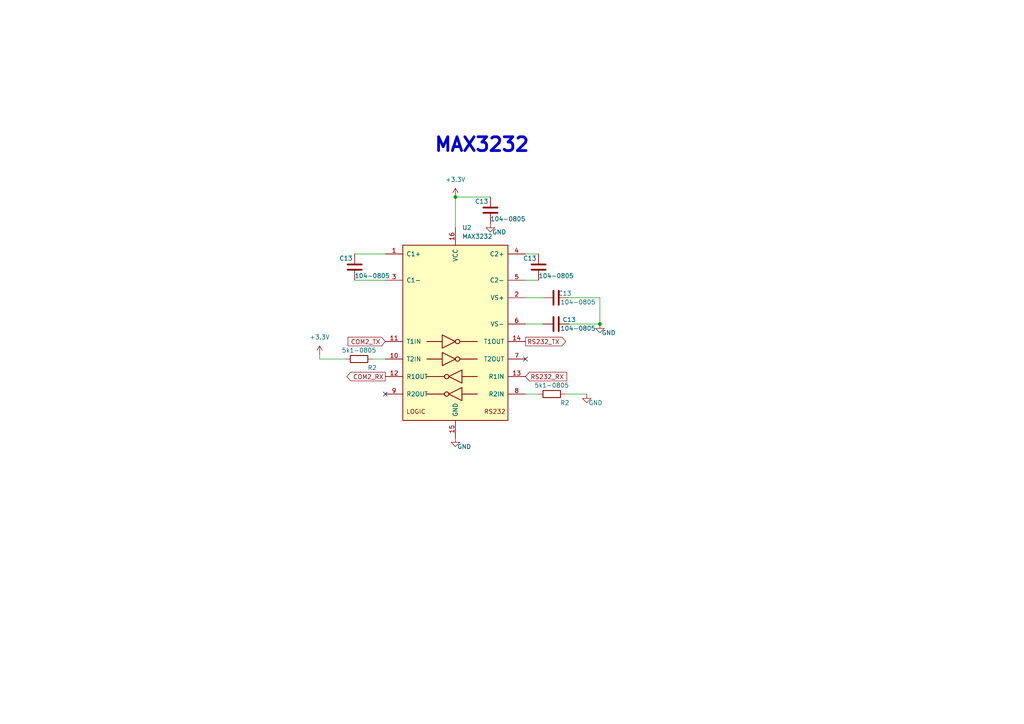
<source format=kicad_sch>
(kicad_sch (version 20230121) (generator eeschema)
  (paper "A4")
  (lib_symbols
    (symbol "Device:C" (pin_numbers hide) (pin_names (offset 0.254))
      (property "Reference" "C" (at 0.635 2.54 0))
      (property "Value" "C" (at 0.635 -2.54 0))
      (symbol "C_0_1"
        (polyline (pts (xy -2.032 -0.762) (xy 2.032 -0.762)) (stroke (width 0.508)))
        (polyline (pts (xy -2.032 0.762) (xy 2.032 0.762)) (stroke (width 0.508)))
      )
      (symbol "C_1_1"
        (pin passive line (at 0 3.81 270) (length 2.794) (name "~") (number "1"))
        (pin passive line (at 0 -3.81 90) (length 2.794) (name "~") (number "2"))
      )
    )
    (symbol "Device:R" (pin_numbers hide) (pin_names (offset 0))
      (property "Reference" "R" (at 2.032 0 90))
      (property "Value" "R" (at 0 0 90))
      (symbol "R_0_1"
        (rectangle (start -1.016 -2.54) (end 1.016 2.54) (stroke (width 0.254)))
      )
      (symbol "R_1_1"
        (pin passive line (at 0 3.81 270) (length 1.27) (name "~") (number "1"))
        (pin passive line (at 0 -3.81 90) (length 1.27) (name "~") (number "2"))
      )
    )
    (symbol "Interface_UART:MAX3232" (pin_names (offset 1.016))
      (property "Reference" "U" (at -2.54 28.575 0))
      (property "Value" "MAX3232" (at -2.54 26.67 0))
      (symbol "MAX3232_0_0"
        (text "LOGIC" (at -11.43 -22.86 0) (effects (font (size 1.27 1.27))))
        (text "RS232" (at 11.43 -22.86 0) (effects (font (size 1.27 1.27))))
      )
      (symbol "MAX3232_0_1"
        (rectangle (start -15.24 -25.4) (end 15.24 25.4) (stroke (width 0.254)) (fill (type background)))
        (circle (center -2.54 -17.78) (radius 0.635) (stroke (width 0.254)))
        (circle (center -2.54 -12.7) (radius 0.635) (stroke (width 0.254)))
        (polyline (pts (xy -3.81 -7.62) (xy -8.255 -7.62)) (stroke (width 0.254)))
        (polyline (pts (xy -3.81 -2.54) (xy -8.255 -2.54)) (stroke (width 0.254)))
        (polyline (pts (xy -3.175 -17.78) (xy -8.255 -17.78)) (stroke (width 0.254)))
        (polyline (pts (xy -3.175 -12.7) (xy -8.255 -12.7)) (stroke (width 0.254)))
        (polyline (pts (xy 1.27 -7.62) (xy 6.35 -7.62)) (stroke (width 0.254)))
        (polyline (pts (xy 1.27 -2.54) (xy 6.35 -2.54)) (stroke (width 0.254)))
        (polyline (pts (xy 1.905 -17.78) (xy 6.35 -17.78)) (stroke (width 0.254)))
        (polyline (pts (xy 1.905 -12.7) (xy 6.35 -12.7)) (stroke (width 0.254)))
        (polyline (pts (xy -3.81 -5.715) (xy -3.81 -9.525) (xy 0 -7.62) (xy -3.81 -5.715)) (stroke (width 0.254)))
        (polyline (pts (xy -3.81 -0.635) (xy -3.81 -4.445) (xy 0 -2.54) (xy -3.81 -0.635)) (stroke (width 0.254)))
        (polyline (pts (xy 1.905 -15.875) (xy 1.905 -19.685) (xy -1.905 -17.78) (xy 1.905 -15.875)) (stroke (width 0.254)))
        (polyline (pts (xy 1.905 -10.795) (xy 1.905 -14.605) (xy -1.905 -12.7) (xy 1.905 -10.795)) (stroke (width 0.254)))
        (circle (center 0.635 -7.62) (radius 0.635) (stroke (width 0.254)))
        (circle (center 0.635 -2.54) (radius 0.635) (stroke (width 0.254)))
      )
      (symbol "MAX3232_1_1"
        (pin passive line (at -20.32 22.86 0) (length 5.08) (name "C1+") (number "1"))
        (pin input line (at -20.32 -7.62 0) (length 5.08) (name "T2IN") (number "10"))
        (pin input line (at -20.32 -2.54 0) (length 5.08) (name "T1IN") (number "11"))
        (pin output line (at -20.32 -12.7 0) (length 5.08) (name "R1OUT") (number "12"))
        (pin input line (at 20.32 -12.7 180) (length 5.08) (name "R1IN") (number "13"))
        (pin output line (at 20.32 -2.54 180) (length 5.08) (name "T1OUT") (number "14"))
        (pin power_in line (at 0 -30.48 90) (length 5.08) (name "GND") (number "15"))
        (pin power_in line (at 0 30.48 270) (length 5.08) (name "VCC") (number "16"))
        (pin power_out line (at 20.32 10.16 180) (length 5.08) (name "VS+") (number "2"))
        (pin passive line (at -20.32 15.24 0) (length 5.08) (name "C1-") (number "3"))
        (pin passive line (at 20.32 22.86 180) (length 5.08) (name "C2+") (number "4"))
        (pin passive line (at 20.32 15.24 180) (length 5.08) (name "C2-") (number "5"))
        (pin power_out line (at 20.32 2.54 180) (length 5.08) (name "VS-") (number "6"))
        (pin output line (at 20.32 -7.62 180) (length 5.08) (name "T2OUT") (number "7"))
        (pin input line (at 20.32 -17.78 180) (length 5.08) (name "R2IN") (number "8"))
        (pin output line (at -20.32 -17.78 0) (length 5.08) (name "R2OUT") (number "9"))
      )
    )
    (symbol "power:+3.3V" (power) (pin_names (offset 0))
      (property "Value" "+3.3V" (at 0 3.556 0))
      (symbol "+3.3V_0_1"
        (polyline (pts (xy -0.762 1.27) (xy 0 2.54)))
        (polyline (pts (xy 0 0) (xy 0 2.54)))
        (polyline (pts (xy 0 2.54) (xy 0.762 1.27)))
      )
      (symbol "+3.3V_1_1"
        (pin power_in line (at 0 0 90) (length 0) hide (name "+3.3V") (number "1"))
      )
    )
    (symbol "power:GND" (power) (pin_names (offset 0))
      (property "Value" "GND" (at 0 -3.81 0))
      (symbol "GND_0_1"
        (polyline (pts (xy 0 0) (xy 0 -1.27) (xy 1.27 -1.27) (xy 0 -2.54) (xy -1.27 -1.27) (xy 0 -1.27)))
      )
      (symbol "GND_1_1"
        (pin power_in line (at 0 0 270) (length 0) hide (name "GND") (number "1"))
      )
    )
  )
  (junction (at 173.99 93.98))
  (junction (at 132.08 57.15))
  (no_connect (at 111.76 114.3))
  (no_connect (at 152.4 104.14))
  (wire (pts (xy 132.08 57.15) (xy 142.24 57.15)))
  (wire (pts (xy 173.99 86.36) (xy 173.99 93.98)))
  (wire (pts (xy 92.71 104.14) (xy 100.33 104.14)))
  (wire (pts (xy 165.1 86.36) (xy 173.99 86.36)))
  (wire (pts (xy 107.95 104.14) (xy 111.76 104.14)))
  (wire (pts (xy 132.08 57.15) (xy 132.08 66.04)))
  (wire (pts (xy 152.4 73.66) (xy 156.21 73.66)))
  (wire (pts (xy 102.87 81.28) (xy 111.76 81.28)))
  (wire (pts (xy 152.4 93.98) (xy 157.48 93.98)))
  (wire (pts (xy 152.4 114.3) (xy 156.21 114.3)))
  (wire (pts (xy 163.83 114.3) (xy 170.18 114.3)))
  (wire (pts (xy 173.99 93.98) (xy 165.1 93.98)))
  (wire (pts (xy 152.4 86.36) (xy 157.48 86.36)))
  (wire (pts (xy 152.4 81.28) (xy 156.21 81.28)))
  (wire (pts (xy 102.87 73.66) (xy 111.76 73.66)))
  (wire (pts (xy 92.71 102.87) (xy 92.71 104.14)))
  (text "MAX3232" (at 125.73 44.45 0) (effects (font (size 4 4) (thickness 0.8) bold) (justify left bottom)))
  (global_label "COM2_RX" (shape output) (at 111.76 109.22 180) (property "Intersheetrefs" "${INTERSHEET_REFS}" (effects hide)))
  (global_label "COM2_TX" (shape input) (at 111.76 99.06 180) (property "Intersheetrefs" "${INTERSHEET_REFS}" (effects hide)))
  (global_label "RS232_TX" (shape output) (at 152.4 99.06 0) (property "Intersheetrefs" "${INTERSHEET_REFS}" (effects hide)))
  (global_label "RS232_RX" (shape input) (at 152.4 109.22 0) (property "Intersheetrefs" "${INTERSHEET_REFS}" (effects hide)))
  (symbol (lib_id "Device:R") (at 160.02 114.3 90) (unit 1)
    (property "Reference" "R2" (at 163.83 116.84 90))
    (property "Value" "5k1-0805" (at 160.02 111.76 90))
    (instances (project "Data acquisition circuit" (path "" (reference "R2") (unit 1)) (path "" (reference "R5") (unit 1))))
  )
  (symbol (lib_id "Interface_UART:MAX3232") (at 132.08 96.52 0) (unit 1)
    (property "Reference" "U2" (at 134.0359 66.04 0) (effects (justify left)))
    (property "Value" "MAX3232" (at 134.0359 68.58 0) (effects (justify left)))
    (property "Datasheet" "https://datasheets.maximintegrated.com/en/ds/MAX3222-MAX3241.pdf" (effects hide))
  )
  (symbol (lib_id "power:GND") (at 173.99 93.98 0) (unit 1)
    (property "Reference" "#PWR09" (effects hide))
    (property "Value" "GND" (at 176.53 96.52 0))
    (instances (project "Data acquisition circuit" (path "" (reference "#PWR09") (unit 1)) (path "" (reference "#PWR017") (unit 1))))
  )
  (symbol (lib_id "power:+3.3V") (at 132.08 57.15 0) (unit 1)
    (property "Reference" "#PWR010" (effects hide))
    (property "Value" "+3.3V" (at 132.08 52.07 0))
    (instances (project "Data acquisition circuit" (path "" (reference "#PWR010") (unit 1)) (path "" (reference "#PWR016") (unit 1))))
  )
  (symbol (lib_id "Device:C") (at 102.87 77.47 180) (unit 1)
    (property "Reference" "C13" (at 100.33 74.93 0))
    (property "Value" "104-0805" (at 107.95 80.01 0))
    (instances (project "Data acquisition circuit" (path "" (reference "C13") (unit 1)) (path "" (reference "C24") (unit 1))))
  )
  (symbol (lib_id "Device:C") (at 161.29 93.98 270) (unit 1)
    (property "Reference" "C13" (at 165.1 92.71 90))
    (property "Value" "104-0805" (at 167.64 95.25 90))
    (instances (project "Data acquisition circuit" (path "" (reference "C13") (unit 1)) (path "" (reference "C22") (unit 1))))
  )
  (symbol (lib_id "power:GND") (at 132.08 127 0) (unit 1)
    (property "Reference" "#PWR09" (effects hide))
    (property "Value" "GND" (at 134.62 129.54 0))
    (instances (project "Data acquisition circuit" (path "" (reference "#PWR09") (unit 1)) (path "" (reference "#PWR015") (unit 1))))
  )
  (symbol (lib_id "Device:C") (at 142.24 60.96 180) (unit 1)
    (property "Reference" "C13" (at 139.7 58.42 0))
    (property "Value" "104-0805" (at 147.32 63.5 0))
    (instances (project "Data acquisition circuit" (path "" (reference "C13") (unit 1)) (path "" (reference "C25") (unit 1))))
  )
  (symbol (lib_id "power:GND") (at 142.24 64.77 0) (unit 1)
    (property "Reference" "#PWR09" (effects hide))
    (property "Value" "GND" (at 144.78 67.31 0))
    (instances (project "Data acquisition circuit" (path "" (reference "#PWR09") (unit 1)) (path "" (reference "#PWR019") (unit 1))))
  )
  (symbol (lib_id "Device:C") (at 161.29 86.36 270) (unit 1)
    (property "Reference" "C13" (at 163.83 85.09 90))
    (property "Value" "104-0805" (at 167.64 87.63 90))
    (instances (project "Data acquisition circuit" (path "" (reference "C13") (unit 1)) (path "" (reference "C21") (unit 1))))
  )
  (symbol (lib_id "power:+3.3V") (at 92.71 102.87 0) (unit 1)
    (property "Reference" "#PWR010" (effects hide))
    (property "Value" "+3.3V" (at 92.71 97.79 0))
    (instances (project "Data acquisition circuit" (path "" (reference "#PWR010") (unit 1)) (path "" (reference "#PWR018") (unit 1))))
  )
  (symbol (lib_id "Device:C") (at 156.21 77.47 0) (unit 1)
    (property "Reference" "C13" (at 153.67 74.93 0))
    (property "Value" "104-0805" (at 161.29 80.01 0))
    (instances (project "Data acquisition circuit" (path "" (reference "C13") (unit 1)) (path "" (reference "C23") (unit 1))))
  )
  (symbol (lib_id "Device:R") (at 104.14 104.14 90) (unit 1)
    (property "Reference" "R2" (at 107.95 106.68 90))
    (property "Value" "5k1-0805" (at 104.14 101.6 90))
    (instances (project "Data acquisition circuit" (path "" (reference "R2") (unit 1)) (path "" (reference "R4") (unit 1))))
  )
  (symbol (lib_id "power:GND") (at 170.18 114.3 0) (unit 1)
    (property "Reference" "#PWR09" (effects hide))
    (property "Value" "GND" (at 172.72 116.84 0))
    (instances (project "Data acquisition circuit" (path "" (reference "#PWR09") (unit 1)) (path "" (reference "#PWR020") (unit 1))))
  )
)
</source>
